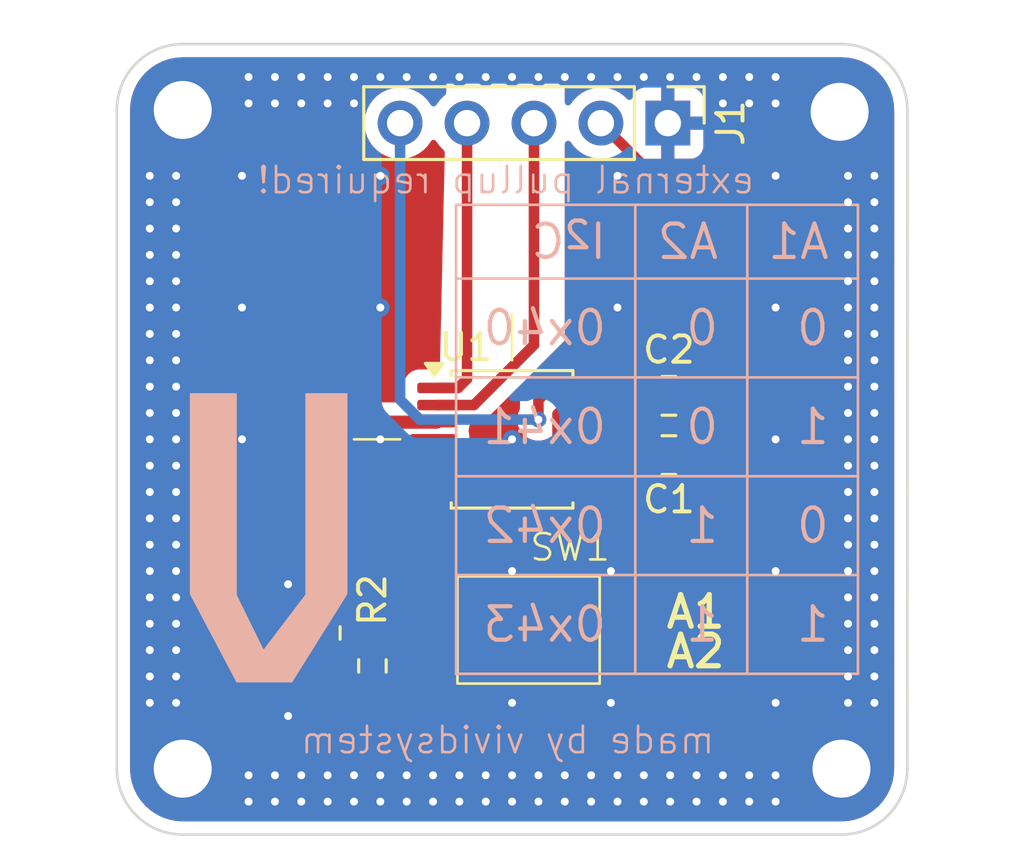
<source format=kicad_pcb>
(kicad_pcb (version 20241229) (generator "pcbnew") (generator_version "9.0")
  (layers (0 "F.Cu" signal) (2 "B.Cu" signal) (13 "F.Paste" user) (15 "B.Paste" user) (5 "F.SilkS" user "F.Silkscreen") (7 "B.SilkS" user "B.Silkscreen") (1 "F.Mask" user) (3 "B.Mask" user) (25 "Edge.Cuts" user))
  (net 0 "")
  (net 1 "GND")
  (net 2 "+3V3")
  (net 3 "Net-(U1-A1)")
  (net 4 "Net-(U1-A2)")
  (net 5 "PWM_OUT")
  (net 6 "I2C_SCL")
  (net 12 "I2C_SDA")
  (footprint "Connector_PinHeader_2.54mm:PinHeader_1x05_P2.54mm_Vertical" (layer "F.Cu") (at 51.91 17 -90)
    (property "Reference" "J1" (at 0 -2.38 90) (layer "F.SilkS"))
    (property "Value" "Conn_01x05")
    (fp_line (start -1.38 11.54) (end 1.38 11.54) (stroke (width 0.12)) (layer "F.SilkS"))
    (fp_line (start -1.38 1.27) (end -1.38 11.54) (stroke (width 0.12)) (layer "F.SilkS"))
    (fp_line (start -1.38 1.27) (end 1.38 1.27) (stroke (width 0.12)) (layer "F.SilkS"))
    (fp_line (start 1.38 1.27) (end 1.38 11.54) (stroke (width 0.12)) (layer "F.SilkS"))
    (fp_line (start -1.38 0) (end -1.38 -1.38) (stroke (width 0.12)) (layer "F.SilkS"))
    (fp_line (start -1.38 -1.38) (end 0 -1.38) (stroke (width 0.12)) (layer "F.SilkS"))
    (pad "1" thru_hole rect (at 0 0 270) (size 1.7 1.7) (drill 1) (layers "*.Cu" "*.Mask") (net 1 "GND"))
    (pad "2" thru_hole circle (at 0 2.54 270) (size 1.7 1.7) (drill 1) (layers "*.Cu" "*.Mask") (net 2 "+3V3"))
    (pad "3" thru_hole circle (at 0 5.08 270) (size 1.7 1.7) (drill 1) (layers "*.Cu" "*.Mask") (net 6 "I2C_SCL"))
    (pad "4" thru_hole circle (at 0 7.62 270) (size 1.7 1.7) (drill 1) (layers "*.Cu" "*.Mask") (net 12 "I2C_SDA"))
    (pad "5" thru_hole circle (at 0 10.16 270) (size 1.7 1.7) (drill 1) (layers "*.Cu" "*.Mask") (net 5 "PWM_OUT"))
  )
  (footprint "Package_SO:TSSOP-14_4.4x5mm_P0.65mm" (layer "F.Cu") (at 46 29)
    (property "Reference" "U1" (at -1.75 -3.5 0) (layer "F.SilkS"))
    (property "Value" "AS5048B")
    (fp_line (start -2.31 -2.61) (end 2.31 -2.61) (stroke (width 0.12)) (layer "F.SilkS"))
    (fp_line (start -2.31 -2.41) (end -2.31 -2.61) (stroke (width 0.12)) (layer "F.SilkS"))
    (fp_line (start -2.31 2.61) (end -2.31 2.41) (stroke (width 0.12)) (layer "F.SilkS"))
    (fp_line (start 2.31 -2.61) (end 2.31 -2.41) (stroke (width 0.12)) (layer "F.SilkS"))
    (fp_line (start 2.31 2.41) (end 2.31 2.61) (stroke (width 0.12)) (layer "F.SilkS"))
    (fp_line (start 2.31 2.61) (end -2.31 2.61) (stroke (width 0.12)) (layer "F.SilkS"))
    (fp_poly (pts (xy -2.95 -2.41) (xy -3.29 -2.88) (xy -2.61 -2.88)) (stroke (width 0.12)) (fill yes) (layer "F.SilkS"))
    (pad "1" smd roundrect (at -2.8625 -1.95) (size 1.475 0.4) (layers "F.Cu" "F.Mask" "F.Paste") (net 12 "I2C_SDA"))
    (pad "2" smd roundrect (at -2.8625 -1.3) (size 1.475 0.4) (layers "F.Cu" "F.Mask" "F.Paste") (net 6 "I2C_SCL"))
    (pad "3" smd roundrect (at -2.8625 -0.65) (size 1.475 0.4) (layers "F.Cu" "F.Mask" "F.Paste") (net 4 "Net-(U1-A2)"))
    (pad "4" smd roundrect (at -2.8625 0) (size 1.475 0.4) (layers "F.Cu" "F.Mask" "F.Paste") (net 3 "Net-(U1-A1)"))
    (pad "5" smd roundrect (at -2.8625 0.65) (size 1.475 0.4) (layers "F.Cu" "F.Mask" "F.Paste"))
    (pad "6" smd roundrect (at -2.8625 1.3) (size 1.475 0.4) (layers "F.Cu" "F.Mask" "F.Paste"))
    (pad "7" smd roundrect (at -2.8625 1.95) (size 1.475 0.4) (layers "F.Cu" "F.Mask" "F.Paste"))
    (pad "8" smd roundrect (at 2.8625 1.95) (size 1.475 0.4) (layers "F.Cu" "F.Mask" "F.Paste"))
    (pad "9" smd roundrect (at 2.8625 1.3) (size 1.475 0.4) (layers "F.Cu" "F.Mask" "F.Paste"))
    (pad "10" smd roundrect (at 2.8625 0.65) (size 1.475 0.4) (layers "F.Cu" "F.Mask" "F.Paste"))
    (pad "11" smd roundrect (at 2.8625 0) (size 1.475 0.4) (layers "F.Cu" "F.Mask" "F.Paste") (net 2 "+3V3"))
    (pad "12" smd roundrect (at 2.8625 -0.65) (size 1.475 0.4) (layers "F.Cu" "F.Mask" "F.Paste") (net 2 "+3V3"))
    (pad "13" smd roundrect (at 2.8625 -1.3) (size 1.475 0.4) (layers "F.Cu" "F.Mask" "F.Paste") (net 1 "GND"))
    (pad "14" smd roundrect (at 2.8625 -1.95) (size 1.475 0.4) (layers "F.Cu" "F.Mask" "F.Paste") (net 5 "PWM_OUT"))
  )
  (footprint "MountingHole:MountingHole_2.2mm_M2_DIN965_Pad" (layer "F.Cu") (at 33.5 16.5)
    (property "Reference" "H1" (hide yes))
    (property "Value" "MountingHole_Pad")
    (pad "1" thru_hole circle (at 0 0) (size 3.8 3.8) (drill 2.2) (layers "*.Cu" "*.Mask") (net 1 "GND"))
  )
  (footprint "Capacitor_SMD:C_0805_2012Metric" (layer "F.Cu") (at 51.95 29.6 180)
    (property "Reference" "C1" (at 0 -1.68 0) (layer "F.SilkS"))
    (property "Value" "10u")
    (fp_line (start -0.261252 0.735) (end 0.261252 0.735) (stroke (width 0.12)) (layer "F.SilkS"))
    (fp_line (start -0.261252 -0.735) (end 0.261252 -0.735) (stroke (width 0.12)) (layer "F.SilkS"))
    (pad "1" smd roundrect (at -0.95 0 180) (size 1 1.45) (layers "F.Cu" "F.Mask" "F.Paste") (net 1 "GND"))
    (pad "2" smd roundrect (at 0.95 0 180) (size 1 1.45) (layers "F.Cu" "F.Mask" "F.Paste") (net 2 "+3V3"))
  )
  (footprint "MountingHole:MountingHole_2.2mm_M2_DIN965_Pad" (layer "F.Cu") (at 58.5 41.5)
    (property "Reference" "H4" (hide yes))
    (property "Value" "MountingHole_Pad")
    (pad "1" thru_hole circle (at 0 0) (size 3.8 3.8) (drill 2.2) (layers "*.Cu" "*.Mask") (net 1 "GND"))
  )
  (footprint "MountingHole:MountingHole_2.2mm_M2_DIN965_Pad" (layer "F.Cu") (at 58.4292 16.5708)
    (property "Reference" "H2" (hide yes))
    (property "Value" "MountingHole_Pad")
    (pad "1" thru_hole circle (at 0 0) (size 3.8 3.8) (drill 2.2) (layers "*.Cu" "*.Mask") (net 1 "GND"))
  )
  (footprint "Resistor_SMD:R_0603_1608Metric" (layer "F.Cu") (at 38.95 36.35 -90)
    (property "Reference" "R1" (at -2.5 0 90) (layer "F.SilkS"))
    (property "Value" "10k")
    (fp_line (start -0.237258 0.5225) (end 0.237258 0.5225) (stroke (width 0.12)) (layer "F.SilkS"))
    (fp_line (start -0.237258 -0.5225) (end 0.237258 -0.5225) (stroke (width 0.12)) (layer "F.SilkS"))
    (pad "1" smd roundrect (at -0.825 0 270) (size 0.8 0.95) (layers "F.Cu" "F.Mask" "F.Paste") (net 3 "Net-(U1-A1)"))
    (pad "2" smd roundrect (at 0.825 0 270) (size 0.8 0.95) (layers "F.Cu" "F.Mask" "F.Paste") (net 1 "GND"))
  )
  (footprint "MountingHole:MountingHole_2.2mm_M2_DIN965_Pad" (layer "F.Cu") (at 33.5 41.5)
    (property "Reference" "H3" (hide yes))
    (property "Value" "MountingHole_Pad")
    (pad "1" thru_hole circle (at 0 0) (size 3.8 3.8) (drill 2.2) (layers "*.Cu" "*.Mask") (net 1 "GND"))
  )
  (footprint "Own:EP-02KS DIP 1.27mm" (layer "F.Cu") (at 50.45 36.87 180)
    (property "Reference" "SW1" (at 2.25 3.77 0) (layer "F.SilkS") (effects (font (thickness 0.1))))
    (property "Value" "ADDR SELECT")
    (fp_rect (start 1.125 -1.4) (end 6.525 2.67) (stroke (width 0.1)) (fill no) (layer "F.SilkS"))
    (pad "1" smd roundrect (at 0 0) (size 1.85 0.9) (layers "F.Cu" "F.Mask" "F.Paste") (roundrect_rratio 0.15) (net 2 "+3V3") (clearance 0.2))
    (pad "2" smd roundrect (at 0 1.27 180) (size 1.85 0.9) (layers "F.Cu" "F.Mask" "F.Paste") (roundrect_rratio 0.15) (net 2 "+3V3") (clearance 0.2))
    (pad "3" smd roundrect (at 7.65 1.27 180) (size 1.85 0.9) (layers "F.Cu" "F.Mask" "F.Paste") (roundrect_rratio 0.15) (net 3 "Net-(U1-A1)") (clearance 0.2))
    (pad "4" smd roundrect (at 7.65 0) (size 1.85 0.9) (layers "F.Cu" "F.Mask" "F.Paste") (roundrect_rratio 0.15) (net 4 "Net-(U1-A2)") (clearance 0.2))
  )
  (footprint "Resistor_SMD:R_0603_1608Metric" (layer "F.Cu") (at 40.7 37.6 -90)
    (property "Reference" "R2" (at -2.5 0 90) (layer "F.SilkS"))
    (property "Value" "10k")
    (fp_line (start -0.237258 0.5225) (end 0.237258 0.5225) (stroke (width 0.12)) (layer "F.SilkS"))
    (fp_line (start -0.237258 -0.5225) (end 0.237258 -0.5225) (stroke (width 0.12)) (layer "F.SilkS"))
    (pad "1" smd roundrect (at -0.825 0 270) (size 0.8 0.95) (layers "F.Cu" "F.Mask" "F.Paste") (net 4 "Net-(U1-A2)"))
    (pad "2" smd roundrect (at 0.825 0 270) (size 0.8 0.95) (layers "F.Cu" "F.Mask" "F.Paste") (net 1 "GND"))
  )
  (footprint "Capacitor_SMD:C_0805_2012Metric" (layer "F.Cu") (at 51.95 27.35 180)
    (property "Reference" "C2" (at 0 1.75 0) (layer "F.SilkS"))
    (property "Value" "100n")
    (fp_line (start -0.261252 0.735) (end 0.261252 0.735) (stroke (width 0.12)) (layer "F.SilkS"))
    (fp_line (start -0.261252 -0.735) (end 0.261252 -0.735) (stroke (width 0.12)) (layer "F.SilkS"))
    (pad "1" smd roundrect (at -0.95 0 180) (size 1 1.45) (layers "F.Cu" "F.Mask" "F.Paste") (net 1 "GND"))
    (pad "2" smd roundrect (at 0.95 0 180) (size 1 1.45) (layers "F.Cu" "F.Mask" "F.Paste") (net 2 "+3V3"))
  )
  (footprint "Own:logo-vivid-v" (layer "B.Cu") (at 36.75 32.75 180)
    (property "Reference" "G***" (hide yes))
    (property "Value" "LOGO" (hide yes))
    (fp_poly (pts (xy -1.403504 1.677216) (xy -1.403504 -2.145478) (xy -0.61176 -3.185254) (xy 0.179984 -4.22503) (xy 0.21874 -4.149307) (xy 0.236527 -4.113697) (xy 0.272201 -4.041538) (xy 0.323579 -3.937273) (xy 0.388477 -3.805344) (xy 0.464709 -3.650195) (xy 0.550093 -3.476267) (xy 0.642443 -3.288004) (xy 0.727805 -3.113871) (xy 1.198113 -2.154157) (xy 1.198113 1.672877) (xy 1.198113 5.49991) (xy 2.08814 5.49991) (xy 2.978167 5.49991) (xy 2.978167 1.684635) (xy 2.978167 -2.13064) (xy 2.093845 -3.803082) (xy 1.209524 -5.475525) (xy 0.155677 -5.476307) (xy -0.89817 -5.477089) (xy -1.067509 -5.208939) (xy -1.10801 -5.144639) (xy -1.17031 -5.045505) (xy -1.251993 -4.915392) (xy -1.350642 -4.758153) (xy -1.463839 -4.577644) (xy -1.589168 -4.37772) (xy -1.724212 -4.162233) (xy -1.866554 -3.93504) (xy -2.013778 -3.699995) (xy -2.118918 -3.532099) (xy -3.000988 -2.123408) (xy -3.000988 1.688251) (xy -3.000988 5.49991) (xy -2.202246 5.49991) (xy -1.403504 5.49991)) (fill yes) (layer "B.SilkS"))
  )
  (gr_line (start 40 29) (end 41.75 29) (stroke (width 0.1)) (layer "F.SilkS"))
  (gr_line (start 46 26) (end 46 24.25) (stroke (width 0.1)) (layer "F.SilkS"))
  (gr_arc (start 33.5 44) (mid 31.732233 43.267767) (end 31 41.5) (stroke (width 0.1)) (layer "Edge.Cuts"))
  (gr_arc (start 31 16.5) (mid 31.732233 14.732233) (end 33.5 14) (stroke (width 0.1)) (layer "Edge.Cuts"))
  (gr_arc (start 61 41.5) (mid 60.267767 43.267767) (end 58.5 44) (stroke (width 0.1)) (layer "Edge.Cuts"))
  (gr_line (start 61.004212 16.5) (end 61 41.5) (stroke (width 0.1)) (layer "Edge.Cuts"))
  (gr_line (start 58.5 44) (end 33.5 44) (stroke (width 0.1)) (layer "Edge.Cuts"))
  (gr_line (start 33.5 14) (end 58.5 14) (stroke (width 0.1)) (layer "Edge.Cuts"))
  (gr_arc (start 58.5 14) (mid 60.267767 14.732233) (end 61 16.5) (stroke (width 0.1)) (layer "Edge.Cuts"))
  (gr_line (start 31 41.5) (end 31 16.5) (stroke (width 0.1)) (layer "Edge.Cuts"))
  (gr_text "A1\n" (at 51.75 36.25 0) (layer "F.SilkS") (effects (font (size 1.2 1.2) (thickness 0.2)) (justify left bottom)))
  (gr_text "A2\n" (at 51.75 37.75 0) (layer "F.SilkS") (effects (font (size 1.2 1.2) (thickness 0.2) (bold yes)) (justify left bottom)))
  (gr_text "external pullup required!" (at 55.25 19.75 0) (layer "B.SilkS") (effects (font (size 1 1) (thickness 0.1)) (justify left bottom mirror)))
  (gr_text "made by vividsystem" (at 53.75 41 0) (layer "B.SilkS") (effects (font (size 1 1) (thickness 0.1)) (justify left bottom mirror)))
  (table (column_count 3) (layer "B.SilkS") (border (external yes) (header yes) (stroke (width 0.1))) (separators (rows yes) (cols yes) (stroke (width 0.1))) (column_widths 6.8 4.25 4.2) (row_heights 2.8 3.75 3.75 3.75 3.75) (cells (table_cell "I^{2}C" (start 43.875 20.1) (end 50.675 22.9) (margins 1.0025 1.0025 1.0025 1.0025) (span 1 1) (layer "B.SilkS") (effects (font (size 1.27 1.27)) (justify left mirror))) (table_cell "A2" (start 50.675 20.1) (end 54.925 22.9) (margins 1.0025 1.0025 1.0025 1.0025) (span 1 1) (layer "B.SilkS") (effects (font (size 1.27 1.27)) (justify left mirror))) (table_cell "A1" (start 54.925 20.1) (end 59.125 22.9) (margins 1.0025 1.0025 1.0025 1.0025) (span 1 1) (layer "B.SilkS") (effects (font (size 1.27 1.27)) (justify left mirror))) (table_cell "0x40" (start 43.875 22.9) (end 50.675 26.65) (margins 1.0025 1.0025 1.0025 1.0025) (span 1 1) (layer "B.SilkS") (effects (font (size 1.27 1.27)) (justify left mirror))) (table_cell "0" (start 50.675 22.9) (end 54.925 26.65) (margins 1.0025 1.0025 1.0025 1.0025) (span 1 1) (layer "B.SilkS") (effects (font (size 1.27 1.27)) (justify left mirror))) (table_cell "0" (start 54.925 22.9) (end 59.125 26.65) (margins 1.0025 1.0025 1.0025 1.0025) (span 1 1) (layer "B.SilkS") (effects (font (size 1.27 1.27)) (justify left mirror))) (table_cell "0x41" (start 43.875 26.65) (end 50.675 30.4) (margins 1.0025 1.0025 1.0025 1.0025) (span 1 1) (layer "B.SilkS") (effects (font (size 1.27 1.27)) (justify left mirror))) (table_cell "0" (start 50.675 26.65) (end 54.925 30.4) (margins 1.0025 1.0025 1.0025 1.0025) (span 1 1) (layer "B.SilkS") (effects (font (size 1.27 1.27)) (justify left mirror))) (table_cell "1" (start 54.925 26.65) (end 59.125 30.4) (margins 1.0025 1.0025 1.0025 1.0025) (span 1 1) (layer "B.SilkS") (effects (font (size 1.27 1.27)) (justify left mirror))) (table_cell "0x42" (start 43.875 30.4) (end 50.675 34.15) (margins 1.0025 1.0025 1.0025 1.0025) (span 1 1) (layer "B.SilkS") (effects (font (size 1.27 1.27)) (justify left mirror))) (table_cell "1" (start 50.675 30.4) (end 54.925 34.15) (margins 1.0025 1.0025 1.0025 1.0025) (span 1 1) (layer "B.SilkS") (effects (font (size 1.27 1.27)) (justify left mirror))) (table_cell "0" (start 54.925 30.4) (end 59.125 34.15) (margins 1.0025 1.0025 1.0025 1.0025) (span 1 1) (layer "B.SilkS") (effects (font (size 1.27 1.27)) (justify left mirror))) (table_cell "0x43" (start 43.875 34.15) (end 50.675 37.9) (margins 1.0025 1.0025 1.0025 1.0025) (span 1 1) (layer "B.SilkS") (effects (font (size 1.27 1.27)) (justify left mirror))) (table_cell "1" (start 50.675 34.15) (end 54.925 37.9) (margins 1.0025 1.0025 1.0025 1.0025) (span 1 1) (layer "B.SilkS") (effects (font (size 1.27 1.27)) (justify left mirror))) (table_cell "1" (start 54.925 34.15) (end 59.125 37.9) (margins 1.0025 1.0025 1.0025 1.0025) (span 1 1) (layer "B.SilkS") (effects (font (size 1.27 1.27)) (justify left mirror)))))
  (segment (start 47.724 28.039708) (end 47.724 29.276) (width 0.4) (layer "F.Cu") (net 1))
  (segment (start 48.8625 27.7) (end 48.063708 27.7) (width 0.4) (layer "F.Cu") (net 1))
  (segment (start 48.063708 27.7) (end 47.724 28.039708) (width 0.4) (layer "F.Cu") (net 1))
  (segment (start 47.724 29.276) (end 47.25 29.75) (width 0.4) (layer "F.Cu") (net 1))
  (via (at 58.75 21) (size 0.7) (drill 0.3) (layers "F.Cu" "B.Cu") (net 1))
  (via (at 58.75 28) (size 0.7) (drill 0.3) (layers "F.Cu" "B.Cu") (net 1))
  (via (at 32.25 30) (size 0.7) (drill 0.3) (layers "F.Cu" "B.Cu") (net 1))
  (via (at 49 15.25) (size 0.7) (drill 0.3) (layers "F.Cu" "B.Cu") (net 1))
  (via (at 32.25 39) (size 0.7) (drill 0.3) (layers "F.Cu" "B.Cu") (net 1))
  (via (at 43 15.25) (size 0.7) (drill 0.3) (layers "F.Cu" "B.Cu") (net 1))
  (via (at 56 39) (size 0.7) (drill 0.3) (layers "F.Cu" "B.Cu") (net 1))
  (via (at 38 16.25) (size 0.7) (drill 0.3) (layers "F.Cu" "B.Cu") (net 1))
  (via (at 44 41.75) (size 0.7) (drill 0.3) (layers "F.Cu" "B.Cu") (net 1))
  (via (at 59.75 23) (size 0.7) (drill 0.3) (layers "F.Cu" "B.Cu") (net 1))
  (via (at 43 42.75) (size 0.7) (drill 0.3) (layers "F.Cu" "B.Cu") (net 1))
  (via (at 58.75 23) (size 0.7) (drill 0.3) (layers "F.Cu" "B.Cu") (net 1))
  (via (at 50 15.25) (size 0.7) (drill 0.3) (layers "F.Cu" "B.Cu") (net 1))
  (via (at 41 15.25) (size 0.7) (drill 0.3) (layers "F.Cu" "B.Cu") (net 1))
  (via (at 38 42.75) (size 0.7) (drill 0.3) (layers "F.Cu" "B.Cu") (net 1))
  (via (at 55 15.25) (size 0.7) (drill 0.3) (layers "F.Cu" "B.Cu") (net 1))
  (via (at 37.5 39.5) (size 0.7) (drill 0.3) (layers "F.Cu" "B.Cu") (net 1))
  (via (at 58.75 19) (size 0.7) (drill 0.3) (layers "F.Cu" "B.Cu") (net 1))
  (via (at 33.25 28) (size 0.7) (drill 0.3) (layers "F.Cu" "B.Cu") (net 1))
  (via (at 49 41.75) (size 0.7) (drill 0.3) (layers "F.Cu" "B.Cu") (net 1))
  (via (at 46 42.75) (size 0.7) (drill 0.3) (layers "F.Cu" "B.Cu") (net 1))
  (via (at 59.75 29) (size 0.7) (drill 0.3) (layers "F.Cu" "B.Cu") (net 1))
  (via (at 35.75 24) (size 0.7) (drill 0.3) (layers "F.Cu" "B.Cu") (net 1))
  (via (at 55 41.75) (size 0.7) (drill 0.3) (layers "F.Cu" "B.Cu") (net 1))
  (via (at 54 41.75) (size 0.7) (drill 0.3) (layers "F.Cu" "B.Cu") (net 1))
  (via (at 36 42.75) (size 0.7) (drill 0.3) (layers "F.Cu" "B.Cu") (net 1))
  (via (at 56 42.75) (size 0.7) (drill 0.3) (layers "F.Cu" "B.Cu") (net 1))
  (via (at 32.25 36) (size 0.7) (drill 0.3) (layers "F.Cu" "B.Cu") (net 1))
  (via (at 33.25 30) (size 0.7) (drill 0.3) (layers "F.Cu" "B.Cu") (net 1))
  (via (at 41 41.75) (size 0.7) (drill 0.3) (layers "F.Cu" "B.Cu") (net 1))
  (via (at 41 24) (size 0.7) (drill 0.3) (layers "F.Cu" "B.Cu") (net 1))
  (via (at 56 16.25) (size 0.7) (drill 0.3) (layers "F.Cu" "B.Cu") (net 1))
  (via (at 59.75 35) (size 0.7) (drill 0.3) (layers "F.Cu" "B.Cu") (net 1))
  (via (at 59.75 36) (size 0.7) (drill 0.3) (layers "F.Cu" "B.Cu") (net 1))
  (via (at 39 42.75) (size 0.7) (drill 0.3) (layers "F.Cu" "B.Cu") (net 1))
  (via (at 38 15.25) (size 0.7) (drill 0.3) (layers "F.Cu" "B.Cu") (net 1))
  (via (at 53 15.25) (size 0.7) (drill 0.3) (layers "F.Cu" "B.Cu") (net 1))
  (via (at 42 15.25) (size 0.7) (drill 0.3) (layers "F.Cu" "B.Cu") (net 1))
  (via (at 53 41.75) (size 0.7) (drill 0.3) (layers "F.Cu" "B.Cu") (net 1))
  (via (at 59.75 32) (size 0.7) (drill 0.3) (layers "F.Cu" "B.Cu") (net 1))
  (via (at 50 41.75) (size 0.7) (drill 0.3) (layers "F.Cu" "B.Cu") (net 1))
  (via (at 56 34) (size 0.7) (drill 0.3) (layers "F.Cu" "B.Cu") (net 1))
  (via (at 32.25 22) (size 0.7) (drill 0.3) (layers "F.Cu" "B.Cu") (net 1))
  (via (at 58.75 25) (size 0.7) (drill 0.3) (layers "F.Cu" "B.Cu") (net 1))
  (via (at 41 19) (size 0.7) (drill 0.3) (layers "F.Cu" "B.Cu") (net 1))
  (via (at 58.75 24) (size 0.7) (drill 0.3) (layers "F.Cu" "B.Cu") (net 1))
  (via (at 56 24) (size 0.7) (drill 0.3) (layers "F.Cu" "B.Cu") (net 1))
  (via (at 41 29) (size 0.7) (drill 0.3) (layers "F.Cu" "B.Cu") (net 1))
  (via (at 54 42.75) (size 0.7) (drill 0.3) (layers "F.Cu" "B.Cu") (net 1))
  (via (at 58.75 35) (size 0.7) (drill 0.3) (layers "F.Cu" "B.Cu") (net 1))
  (via (at 56 19) (size 0.7) (drill 0.3) (layers "F.Cu" "B.Cu") (net 1))
  (via (at 50 19) (size 0.7) (drill 0.3) (layers "F.Cu" "B.Cu") (net 1))
  (via (at 36 15.25) (size 0.7) (drill 0.3) (layers "F.Cu" "B.Cu") (net 1))
  (via (at 32.25 24) (size 0.7) (drill 0.3) (layers "F.Cu" "B.Cu") (net 1))
  (via (at 58.75 34) (size 0.7) (drill 0.3) (layers "F.Cu" "B.Cu") (net 1))
  (via (at 32.25 32) (size 0.7) (drill 0.3) (layers "F.Cu" "B.Cu") (net 1))
  (via (at 32.25 35) (size 0.7) (drill 0.3) (layers "F.Cu" "B.Cu") (net 1))
  (via (at 33.25 32) (size 0.7) (drill 0.3) (layers "F.Cu" "B.Cu") (net 1))
  (via (at 39 16.25) (size 0.7) (drill 0.3) (layers "F.Cu" "B.Cu") (net 1))
  (via (at 46 15.25) (size 0.7) (drill 0.3) (layers "F.Cu" "B.Cu") (net 1))
  (via (at 35.75 19) (size 0.7) (drill 0.3) (layers "F.Cu" "B.Cu") (net 1))
  (via (at 39 41.75) (size 0.7) (drill 0.3) (layers "F.Cu" "B.Cu") (net 1))
  (via (at 32.25 28) (size 0.7) (drill 0.3) (layers "F.Cu" "B.Cu") (net 1))
  (via (at 59.75 22) (size 0.7) (drill 0.3) (layers "F.Cu" "B.Cu") (net 1))
  (via (at 50 42.75) (size 0.7) (drill 0.3) (layers "F.Cu" "B.Cu") (net 1))
  (via (at 49.75 39) (size 0.7) (drill 0.3) (layers "F.Cu" "B.Cu") (net 1))
  (via (at 47 42.75) (size 0.7) (drill 0.3) (layers "F.Cu" "B.Cu") (net 1))
  (via (at 32.25 25) (size 0.7) (drill 0.3) (layers "F.Cu" "B.Cu") (net 1))
  (via (at 39 15.25) (size 0.7) (drill 0.3) (layers "F.Cu" "B.Cu") (net 1))
  (via (at 33.25 27) (size 0.7) (drill 0.3) (layers "F.Cu" "B.Cu") (net 1))
  (via (at 32.25 23) (size 0.7) (drill 0.3) (layers "F.Cu" "B.Cu") (net 1))
  (via (at 33.25 36) (size 0.7) (drill 0.3) (layers "F.Cu" "B.Cu") (net 1))
  (via (at 32.25 21) (size 0.7) (drill 0.3) (layers "F.Cu" "B.Cu") (net 1))
  (via (at 41 42.75) (size 0.7) (drill 0.3) (layers "F.Cu" "B.Cu") (net 1))
  (via (at 58.75 38) (size 0.7) (drill 0.3) (layers "F.Cu" "B.Cu") (net 1))
  (via (at 33.25 19) (size 0.7) (drill 0.3) (layers "F.Cu" "B.Cu") (net 1))
  (via (at 35.75 29) (size 0.7) (drill 0.3) (layers "F.Cu" "B.Cu") (net 1))
  (via (at 38 41.75) (size 0.7) (drill 0.3) (layers "F.Cu" "B.Cu") (net 1))
  (via (at 33.25 38) (size 0.7) (drill 0.3) (layers "F.Cu" "B.Cu") (net 1))
  (via (at 59.75 37) (size 0.7) (drill 0.3) (layers "F.Cu" "B.Cu") (net 1))
  (via (at 49.75 34) (size 0.7) (drill 0.3) (layers "F.Cu" "B.Cu") (net 1))
  (via (at 40 42.75) (size 0.7) (drill 0.3) (layers "F.Cu" "B.Cu") (net 1))
  (via (at 32.25 37) (size 0.7) (drill 0.3) (layers "F.Cu" "B.Cu") (net 1))
  (via (at 59.75 25) (size 0.7) (drill 0.3) (layers "F.Cu" "B.Cu") (net 1))
  (via (at 40 15.25) (size 0.7) (drill 0.3) (layers "F.Cu" "B.Cu") (net 1))
  (via (at 55 16.25) (size 0.7) (drill 0.3) (layers "F.Cu" "B.Cu") (net 1))
  (via (at 50 24) (size 0.7) (drill 0.3) (layers "F.Cu" "B.Cu") (net 1))
  (via (at 45 41.75) (size 0.7) (drill 0.3) (layers "F.Cu" "B.Cu") (net 1))
  (via (at 52 15.25) (size 0.7) (drill 0.3) (layers "F.Cu" "B.Cu") (net 1))
  (via (at 53 42.75) (size 0.7) (drill 0.3) (layers "F.Cu" "B.Cu") (net 1))
  (via (at 48 41.75) (size 0.7) (drill 0.3) (layers "F.Cu" "B.Cu") (net 1))
  (via (at 33.25 34) (size 0.7) (drill 0.3) (layers "F.Cu" "B.Cu") (net 1))
  (via (at 32.25 29) (size 0.7) (drill 0.3) (layers "F.Cu" "B.Cu") (net 1))
  (via (at 58.75 31) (size 0.7) (drill 0.3) (layers "F.Cu" "B.Cu") (net 1))
  (via (at 59.75 20) (size 0.7) (drill 0.3) (layers "F.Cu" "B.Cu") (net 1))
  (via (at 33.25 29) (size 0.7) (drill 0.3) (layers "F.Cu" "B.Cu") (net 1))
  (via (at 59.75 30) (size 0.7) (drill 0.3) (layers "F.Cu" "B.Cu") (net 1))
  (via (at 58.75 36) (size 0.7) (drill 0.3) (layers "F.Cu" "B.Cu") (net 1))
  (via (at 36 41.75) (size 0.7) (drill 0.3) (layers "F.Cu" "B.Cu") (net 1))
  (via (at 45 15.25) (size 0.7) (drill 0.3) (layers "F.Cu" "B.Cu") (net 1))
  (via (at 43 41.75) (size 0.7) (drill 0.3) (layers "F.Cu" "B.Cu") (net 1))
  (via (at 46 41.75) (size 0.7) (drill 0.3) (layers "F.Cu" "B.Cu") (net 1))
  (via (at 33.25 39) (size 0.7) (drill 0.3) (layers "F.Cu" "B.Cu") (net 1))
  (via (at 36 16.25) (size 0.7) (drill 0.3) (layers "F.Cu" "B.Cu") (net 1))
  (via (at 58.75 29) (size 0.7) (drill 0.3) (layers "F.Cu" "B.Cu") (net 1))
  (via (at 48 15.25) (size 0.7) (drill 0.3) (layers "F.Cu" "B.Cu") (net 1))
  (via (at 59.75 19) (size 0.7) (drill 0.3) (layers "F.Cu" "B.Cu") (net 1))
  (via (at 45 42.75) (size 0.7) (drill 0.3) (layers "F.Cu" "B.Cu") (net 1))
  (via (at 33.25 22) (size 0.7) (drill 0.3) (layers "F.Cu" "B.Cu") (net 1))
  (via (at 46 29) (size 0.7) (drill 0.3) (layers "F.Cu" "B.Cu") (net 1))
  (via (at 37 42.75) (size 0.7) (drill 0.3) (layers "F.Cu" "B.Cu") (net 1))
  (via (at 37 15.25) (size 0.7) (drill 0.3) (layers "F.Cu" "B.Cu") (net 1))
  (via (at 33.25 23) (size 0.7) (drill 0.3) (layers "F.Cu" "B.Cu") (net 1))
  (via (at 37 16.25) (size 0.7) (drill 0.3) (layers "F.Cu" "B.Cu") (net 1))
  (via (at 56 15.25) (size 0.7) (drill 0.3) (layers "F.Cu" "B.Cu") (net 1))
  (via (at 46 34) (size 0.7) (drill 0.3) (layers "F.Cu" "B.Cu") (net 1))
  (via (at 33.25 21) (size 0.7) (drill 0.3) (layers "F.Cu" "B.Cu") (net 1))
  (via (at 32.25 27) (size 0.7) (drill 0.3) (layers "F.Cu" "B.Cu") (net 1))
  (via (at 40 41.75) (size 0.7) (drill 0.3) (layers "F.Cu" "B.Cu") (net 1))
  (via (at 33.25 33) (size 0.7) (drill 0.3) (layers "F.Cu" "B.Cu") (net 1))
  (via (at 44 15.25) (size 0.7) (drill 0.3) (layers "F.Cu" "B.Cu") (net 1))
  (via (at 58.75 39) (size 0.7) (drill 0.3) (layers "F.Cu" "B.Cu") (net 1))
  (via (at 42 41.75) (size 0.7) (drill 0.3) (layers "F.Cu" "B.Cu") (net 1))
  (via (at 33.25 25) (size 0.7) (drill 0.3) (layers "F.Cu" "B.Cu") (net 1))
  (via (at 33.25 20) (size 0.7) (drill 0.3) (layers "F.Cu" "B.Cu") (net 1))
  (via (at 32.25 20) (size 0.7) (drill 0.3) (layers "F.Cu" "B.Cu") (net 1))
  (via (at 58.75 37) (size 0.7) (drill 0.3) (layers "F.Cu" "B.Cu") (net 1))
  (via (at 42 42.75) (size 0.7) (drill 0.3) (layers "F.Cu" "B.Cu") (net 1))
  (via (at 58.75 27) (size 0.7) (drill 0.3) (layers "F.Cu" "B.Cu") (net 1))
  (via (at 54 15.25) (size 0.7) (drill 0.3) (layers "F.Cu" "B.Cu") (net 1))
  (via (at 32.25 34) (size 0.7) (drill 0.3) (layers "F.Cu" "B.Cu") (net 1))
  (via (at 58.75 20) (size 0.7) (drill 0.3) (layers "F.Cu" "B.Cu") (net 1))
  (via (at 59.75 24) (size 0.7) (drill 0.3) (layers "F.Cu" "B.Cu") (net 1))
  (via (at 33.25 37) (size 0.7) (drill 0.3) (layers "F.Cu" "B.Cu") (net 1))
  (via (at 32.25 38) (size 0.7) (drill 0.3) (layers "F.Cu" "B.Cu") (net 1))
  (via (at 59.75 34) (size 0.7) (drill 0.3) (layers "F.Cu" "B.Cu") (net 1))
  (via (at 58.75 32) (size 0.7) (drill 0.3) (layers "F.Cu" "B.Cu") (net 1))
  (via (at 32.25 26) (size 0.7) (drill 0.3) (layers "F.Cu" "B.Cu") (net 1))
  (via (at 47 15.25) (size 0.7) (drill 0.3) (layers "F.Cu" "B.Cu") (net 1))
  (via (at 51 15.25) (size 0.7) (drill 0.3) (layers "F.Cu" "B.Cu") (net 1))
  (via (at 32.25 19) (size 0.7) (drill 0.3) (layers "F.Cu" "B.Cu") (net 1))
  (via (at 37 41.75) (size 0.7) (drill 0.3) (layers "F.Cu" "B.Cu") (net 1))
  (via (at 56 41.75) (size 0.7) (drill 0.3) (layers "F.Cu" "B.Cu") (net 1))
  (via (at 56 29) (size 0.7) (drill 0.3) (layers "F.Cu" "B.Cu") (net 1))
  (via (at 40 16.25) (size 0.7) (drill 0.3) (layers "F.Cu" "B.Cu") (net 1))
  (via (at 46 39) (size 0.7) (drill 0.3) (layers "F.Cu" "B.Cu") (net 1))
  (via (at 49 42.75) (size 0.7) (drill 0.3) (layers "F.Cu" "B.Cu") (net 1))
  (via (at 37.5 34.5) (size 0.7) (drill 0.3) (layers "F.Cu" "B.Cu") (net 1))
  (via (at 55 42.75) (size 0.7) (drill 0.3) (layers "F.Cu" "B.Cu") (net 1))
  (via (at 51 41.75) (size 0.7) (drill 0.3) (layers "F.Cu" "B.Cu") (net 1))
  (via (at 59.75 33) (size 0.7) (drill 0.3) (layers "F.Cu" "B.Cu") (net 1))
  (via (at 33.25 31) (size 0.7) (drill 0.3) (layers "F.Cu" "B.Cu") (net 1))
  (via (at 54 16.25) (size 0.7) (drill 0.3) (layers "F.Cu" "B.Cu") (net 1))
  (via (at 59.75 39) (size 0.7) (drill 0.3) (layers "F.Cu" "B.Cu") (net 1))
  (via (at 59.75 38) (size 0.7) (drill 0.3) (layers "F.Cu" "B.Cu") (net 1))
  (via (at 59.75 21) (size 0.7) (drill 0.3) (layers "F.Cu" "B.Cu") (net 1))
  (via (at 58.75 22) (size 0.7) (drill 0.3) (layers "F.Cu" "B.Cu") (net 1))
  (via (at 44 42.75) (size 0.7) (drill 0.3) (layers "F.Cu" "B.Cu") (net 1))
  (via (at 58.75 33) (size 0.7) (drill 0.3) (layers "F.Cu" "B.Cu") (net 1))
  (via (at 47 41.75) (size 0.7) (drill 0.3) (layers "F.Cu" "B.Cu") (net 1))
  (via (at 32.25 33) (size 0.7) (drill 0.3) (layers "F.Cu" "B.Cu") (net 1))
  (via (at 51 42.75) (size 0.7) (drill 0.3) (layers "F.Cu" "B.Cu") (net 1))
  (via (at 48 42.75) (size 0.7) (drill 0.3) (layers "F.Cu" "B.Cu") (net 1))
  (via (at 33.25 24) (size 0.7) (drill 0.3) (layers "F.Cu" "B.Cu") (net 1))
  (via (at 52 42.75) (size 0.7) (drill 0.3) (layers "F.Cu" "B.Cu") (net 1))
  (via (at 58.75 26) (size 0.7) (drill 0.3) (layers "F.Cu" "B.Cu") (net 1))
  (via (at 32.25 31) (size 0.7) (drill 0.3) (layers "F.Cu" "B.Cu") (net 1))
  (via (at 59.75 28) (size 0.7) (drill 0.3) (layers "F.Cu" "B.Cu") (net 1))
  (via (at 33.25 35) (size 0.7) (drill 0.3) (layers "F.Cu" "B.Cu") (net 1))
  (via (at 52 41.75) (size 0.7) (drill 0.3) (layers "F.Cu" "B.Cu") (net 1))
  (via (at 33.25 26) (size 0.7) (drill 0.3) (layers "F.Cu" "B.Cu") (net 1))
  (via (at 59.75 31) (size 0.7) (drill 0.3) (layers "F.Cu" "B.Cu") (net 1))
  (via (at 59.75 27) (size 0.7) (drill 0.3) (layers "F.Cu" "B.Cu") (net 1))
  (via (at 59.75 26) (size 0.7) (drill 0.3) (layers "F.Cu" "B.Cu") (net 1))
  (via (at 58.75 30) (size 0.7) (drill 0.3) (layers "F.Cu" "B.Cu") (net 1))
  (segment (start 51 29.6) (end 50.35 29.6) (width 0.5) (layer "F.Cu") (net 2))
  (segment (start 48.8625 29) (end 48.8625 28.35) (width 0.4) (layer "F.Cu") (net 2))
  (segment (start 51 18.63) (end 51 27.35) (width 0.4) (layer "F.Cu") (net 2))
  (segment (start 49.75 29) (end 48.8625 29) (width 0.5) (layer "F.Cu") (net 2))
  (segment (start 49.37 17) (end 51 18.63) (width 0.4) (layer "F.Cu") (net 2))
  (segment (start 50.45 35.6) (end 50.45 36.87) (width 0.5) (layer "F.Cu") (net 2))
  (segment (start 51 35.05) (end 51 27.35) (width 0.5) (layer "F.Cu") (net 2))
  (segment (start 50.35 29.6) (end 49.75 29) (width 0.5) (layer "F.Cu") (net 2))
  (segment (start 50.45 35.6) (end 51 35.05) (width 0.5) (layer "F.Cu") (net 2))
  (segment (start 51 29.6) (end 50.924 29.524) (width 0.5) (layer "F.Cu") (net 2))
  (segment (start 39.025 35.6) (end 38.95 35.525) (width 0.5) (layer "F.Cu") (net 3))
  (segment (start 42.8 35.6) (end 39.025 35.6) (width 0.5) (layer "F.Cu") (net 3))
  (segment (start 43.1375 29) (end 42.25 29) (width 0.4) (layer "F.Cu") (net 3))
  (segment (start 42.25 29) (end 38.95 32.3) (width 0.4) (layer "F.Cu") (net 3))
  (segment (start 38.95 32.3) (end 38.95 35.525) (width 0.4) (layer "F.Cu") (net 3))
  (segment (start 42.705 36.775) (end 42.8 36.87) (width 0.5) (layer "F.Cu") (net 4))
  (segment (start 40.7 36.775) (end 42.705 36.775) (width 0.5) (layer "F.Cu") (net 4))
  (segment (start 36.25 30.75) (end 38.65 28.35) (width 0.5) (layer "F.Cu") (net 4))
  (segment (start 38.65 28.35) (end 43.1375 28.35) (width 0.5) (layer "F.Cu") (net 4))
  (segment (start 36.25 37.5) (end 36.25 30.75) (width 0.5) (layer "F.Cu") (net 4))
  (segment (start 40.7 37.023804) (end 39.223804 38.5) (width 0.5) (layer "F.Cu") (net 4))
  (segment (start 37.25 38.5) (end 36.25 37.5) (width 0.5) (layer "F.Cu") (net 4))
  (segment (start 39.223804 38.5) (end 37.25 38.5) (width 0.5) (layer "F.Cu") (net 4))
  (segment (start 40.7 36.775) (end 40.7 37.023804) (width 0.5) (layer "F.Cu") (net 4))
  (segment (start 47.45 27.05) (end 47.25 27.25) (width 0.4) (layer "F.Cu") (net 5))
  (segment (start 48.8625 27.05) (end 47.45 27.05) (width 0.4) (layer "F.Cu") (net 5))
  (segment (start 47.25 27.25) (end 47 27.5) (width 0.4) (layer "F.Cu") (net 5))
  (segment (start 47 27.5) (end 47 28.25) (width 0.4) (layer "F.Cu") (net 5))
  (via (at 47 28.25) (size 0.6) (drill 0.3) (layers "F.Cu" "B.Cu") (net 5))
  (segment (start 42.5 28.25) (end 41.75 27.5) (width 0.4) (layer "B.Cu") (net 5))
  (segment (start 47 28.25) (end 42.5 28.25) (width 0.4) (layer "B.Cu") (net 5))
  (segment (start 41.75 27.5) (end 41.75 17) (width 0.4) (layer "B.Cu") (net 5))
  (segment (start 46.83 25.42) (end 46.83 17) (width 0.4) (layer "F.Cu") (net 6))
  (segment (start 43.1375 27.7) (end 44.55 27.7) (width 0.4) (layer "F.Cu") (net 6))
  (segment (start 44.55 27.7) (end 46.83 25.42) (width 0.4) (layer "F.Cu") (net 6))
  (segment (start 43.95 27.05) (end 44.29 26.71) (width 0.4) (layer "F.Cu") (net 12))
  (segment (start 43.1375 27.05) (end 43.95 27.05) (width 0.4) (layer "F.Cu") (net 12))
  (segment (start 44.29 26.71) (end 44.29 17) (width 0.4) (layer "F.Cu") (net 12))
  (zone (net 1) (net_name "GND") (layers "F.Cu" "B.Cu") (connect_pads (clearance 0.5)) (min_thickness 0.25) (fill yes (thermal_gap 0.5) (thermal_bridge_width 0.5))
    (polygon (pts (xy 30.75 13.75) (xy 30.75 44) (xy 61 44) (xy 61 14)))
  )
  (zone (net 0) (net_name "") (layers "F.Cu" "B.Cu") (connect_pads (clearance 0)) (min_thickness 0.25)
    (keepout (tracks allowed) (vias allowed) (pads allowed) (copperpour not_allowed) (footprints allowed))
    (fill (thermal_gap 0.5) (thermal_bridge_width 0.5))
    (polygon (pts (xy 43.5 15.75) (xy 43.25 26.75) (xy 42.25 26.75) (xy 42.25 28) (xy 45.25 28) (xy 48 25.25) (xy 48 15.5) (xy 43.5 15.5)))
  )
)
</source>
